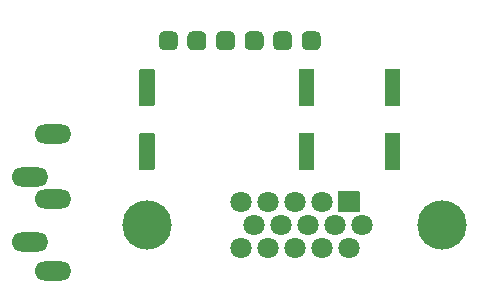
<source format=gbr>
G04 #@! TF.GenerationSoftware,KiCad,Pcbnew,(5.1.10-1-10_14)*
G04 #@! TF.CreationDate,2021-10-04T15:41:53-04:00*
G04 #@! TF.ProjectId,N64D2VGA,4e363444-3256-4474-912e-6b696361645f,1*
G04 #@! TF.SameCoordinates,Original*
G04 #@! TF.FileFunction,Soldermask,Top*
G04 #@! TF.FilePolarity,Negative*
%FSLAX46Y46*%
G04 Gerber Fmt 4.6, Leading zero omitted, Abs format (unit mm)*
G04 Created by KiCad (PCBNEW (5.1.10-1-10_14)) date 2021-10-04 15:41:53*
%MOMM*%
%LPD*%
G01*
G04 APERTURE LIST*
%ADD10C,1.801600*%
%ADD11C,4.167600*%
%ADD12O,3.117600X1.609600*%
G04 APERTURE END LIST*
D10*
X141005000Y-113560000D03*
X143295000Y-113560000D03*
X145585000Y-113560000D03*
X147875000Y-113560000D03*
X150165000Y-113560000D03*
X142150000Y-111580000D03*
X144440000Y-111580000D03*
X146730000Y-111580000D03*
X149020000Y-111580000D03*
X151310000Y-111580000D03*
X141005000Y-109600000D03*
X143295000Y-109600000D03*
X145585000Y-109600000D03*
X147875000Y-109600000D03*
D11*
X133090000Y-111580000D03*
X158080000Y-111580000D03*
G36*
G01*
X151065800Y-108750000D02*
X151065800Y-110450000D01*
G75*
G02*
X151015000Y-110500800I-50800J0D01*
G01*
X149315000Y-110500800D01*
G75*
G02*
X149264200Y-110450000I0J50800D01*
G01*
X149264200Y-108750000D01*
G75*
G02*
X149315000Y-108699200I50800J0D01*
G01*
X151015000Y-108699200D01*
G75*
G02*
X151065800Y-108750000I0J-50800D01*
G01*
G37*
G36*
G01*
X146179200Y-96390400D02*
X146179200Y-95589600D01*
G75*
G02*
X146579600Y-95189200I400400J0D01*
G01*
X147380400Y-95189200D01*
G75*
G02*
X147780800Y-95589600I0J-400400D01*
G01*
X147780800Y-96390400D01*
G75*
G02*
X147380400Y-96790800I-400400J0D01*
G01*
X146579600Y-96790800D01*
G75*
G02*
X146179200Y-96390400I0J400400D01*
G01*
G37*
G36*
G01*
X143759200Y-96390400D02*
X143759200Y-95589600D01*
G75*
G02*
X144159600Y-95189200I400400J0D01*
G01*
X144960400Y-95189200D01*
G75*
G02*
X145360800Y-95589600I0J-400400D01*
G01*
X145360800Y-96390400D01*
G75*
G02*
X144960400Y-96790800I-400400J0D01*
G01*
X144159600Y-96790800D01*
G75*
G02*
X143759200Y-96390400I0J400400D01*
G01*
G37*
G36*
G01*
X141339200Y-96390400D02*
X141339200Y-95589600D01*
G75*
G02*
X141739600Y-95189200I400400J0D01*
G01*
X142540400Y-95189200D01*
G75*
G02*
X142940800Y-95589600I0J-400400D01*
G01*
X142940800Y-96390400D01*
G75*
G02*
X142540400Y-96790800I-400400J0D01*
G01*
X141739600Y-96790800D01*
G75*
G02*
X141339200Y-96390400I0J400400D01*
G01*
G37*
G36*
G01*
X138919200Y-96390400D02*
X138919200Y-95589600D01*
G75*
G02*
X139319600Y-95189200I400400J0D01*
G01*
X140120400Y-95189200D01*
G75*
G02*
X140520800Y-95589600I0J-400400D01*
G01*
X140520800Y-96390400D01*
G75*
G02*
X140120400Y-96790800I-400400J0D01*
G01*
X139319600Y-96790800D01*
G75*
G02*
X138919200Y-96390400I0J400400D01*
G01*
G37*
G36*
G01*
X136499200Y-96390400D02*
X136499200Y-95589600D01*
G75*
G02*
X136899600Y-95189200I400400J0D01*
G01*
X137700400Y-95189200D01*
G75*
G02*
X138100800Y-95589600I0J-400400D01*
G01*
X138100800Y-96390400D01*
G75*
G02*
X137700400Y-96790800I-400400J0D01*
G01*
X136899600Y-96790800D01*
G75*
G02*
X136499200Y-96390400I0J400400D01*
G01*
G37*
G36*
G01*
X134079200Y-96390400D02*
X134079200Y-95589600D01*
G75*
G02*
X134479600Y-95189200I400400J0D01*
G01*
X135280400Y-95189200D01*
G75*
G02*
X135680800Y-95589600I0J-400400D01*
G01*
X135680800Y-96390400D01*
G75*
G02*
X135280400Y-96790800I-400400J0D01*
G01*
X134479600Y-96790800D01*
G75*
G02*
X134079200Y-96390400I0J400400D01*
G01*
G37*
D12*
X125150000Y-115450000D03*
X123150000Y-113050000D03*
X125150000Y-109350000D03*
X123150000Y-107550000D03*
X125150000Y-103850000D03*
G36*
G01*
X153283100Y-98400400D02*
X154476900Y-98400400D01*
G75*
G02*
X154527700Y-98451200I0J-50800D01*
G01*
X154527700Y-101448400D01*
G75*
G02*
X154476900Y-101499200I-50800J0D01*
G01*
X153283100Y-101499200D01*
G75*
G02*
X153232300Y-101448400I0J50800D01*
G01*
X153232300Y-98451200D01*
G75*
G02*
X153283100Y-98400400I50800J0D01*
G01*
G37*
G36*
G01*
X153283100Y-103810600D02*
X154476900Y-103810600D01*
G75*
G02*
X154527700Y-103861400I0J-50800D01*
G01*
X154527700Y-106858600D01*
G75*
G02*
X154476900Y-106909400I-50800J0D01*
G01*
X153283100Y-106909400D01*
G75*
G02*
X153232300Y-106858600I0J50800D01*
G01*
X153232300Y-103861400D01*
G75*
G02*
X153283100Y-103810600I50800J0D01*
G01*
G37*
G36*
G01*
X145963100Y-98395500D02*
X147156900Y-98395500D01*
G75*
G02*
X147207700Y-98446300I0J-50800D01*
G01*
X147207700Y-101443500D01*
G75*
G02*
X147156900Y-101494300I-50800J0D01*
G01*
X145963100Y-101494300D01*
G75*
G02*
X145912300Y-101443500I0J50800D01*
G01*
X145912300Y-98446300D01*
G75*
G02*
X145963100Y-98395500I50800J0D01*
G01*
G37*
G36*
G01*
X145963100Y-103805700D02*
X147156900Y-103805700D01*
G75*
G02*
X147207700Y-103856500I0J-50800D01*
G01*
X147207700Y-106853700D01*
G75*
G02*
X147156900Y-106904500I-50800J0D01*
G01*
X145963100Y-106904500D01*
G75*
G02*
X145912300Y-106853700I0J50800D01*
G01*
X145912300Y-103856500D01*
G75*
G02*
X145963100Y-103805700I50800J0D01*
G01*
G37*
G36*
G01*
X132463100Y-98405500D02*
X133656900Y-98405500D01*
G75*
G02*
X133707700Y-98456300I0J-50800D01*
G01*
X133707700Y-101453500D01*
G75*
G02*
X133656900Y-101504300I-50800J0D01*
G01*
X132463100Y-101504300D01*
G75*
G02*
X132412300Y-101453500I0J50800D01*
G01*
X132412300Y-98456300D01*
G75*
G02*
X132463100Y-98405500I50800J0D01*
G01*
G37*
G36*
G01*
X132463100Y-103815700D02*
X133656900Y-103815700D01*
G75*
G02*
X133707700Y-103866500I0J-50800D01*
G01*
X133707700Y-106863700D01*
G75*
G02*
X133656900Y-106914500I-50800J0D01*
G01*
X132463100Y-106914500D01*
G75*
G02*
X132412300Y-106863700I0J50800D01*
G01*
X132412300Y-103866500D01*
G75*
G02*
X132463100Y-103815700I50800J0D01*
G01*
G37*
M02*

</source>
